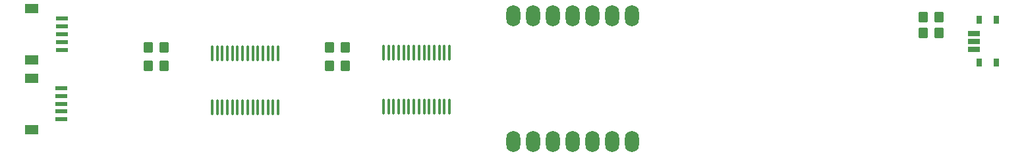
<source format=gtp>
G04 #@! TF.GenerationSoftware,KiCad,Pcbnew,8.0.3*
G04 #@! TF.CreationDate,2024-08-28T21:52:25+01:00*
G04 #@! TF.ProjectId,Seeed,53656565-642e-46b6-9963-61645f706362,rev?*
G04 #@! TF.SameCoordinates,Original*
G04 #@! TF.FileFunction,Paste,Top*
G04 #@! TF.FilePolarity,Positive*
%FSLAX46Y46*%
G04 Gerber Fmt 4.6, Leading zero omitted, Abs format (unit mm)*
G04 Created by KiCad (PCBNEW 8.0.3) date 2024-08-28 21:52:25*
%MOMM*%
%LPD*%
G01*
G04 APERTURE LIST*
G04 Aperture macros list*
%AMRoundRect*
0 Rectangle with rounded corners*
0 $1 Rounding radius*
0 $2 $3 $4 $5 $6 $7 $8 $9 X,Y pos of 4 corners*
0 Add a 4 corners polygon primitive as box body*
4,1,4,$2,$3,$4,$5,$6,$7,$8,$9,$2,$3,0*
0 Add four circle primitives for the rounded corners*
1,1,$1+$1,$2,$3*
1,1,$1+$1,$4,$5*
1,1,$1+$1,$6,$7*
1,1,$1+$1,$8,$9*
0 Add four rect primitives between the rounded corners*
20,1,$1+$1,$2,$3,$4,$5,0*
20,1,$1+$1,$4,$5,$6,$7,0*
20,1,$1+$1,$6,$7,$8,$9,0*
20,1,$1+$1,$8,$9,$2,$3,0*%
G04 Aperture macros list end*
%ADD10R,1.550000X0.600000*%
%ADD11R,1.800000X1.200000*%
%ADD12RoundRect,0.250000X0.350000X0.450000X-0.350000X0.450000X-0.350000X-0.450000X0.350000X-0.450000X0*%
%ADD13O,0.360000X2.020000*%
%ADD14R,1.500000X0.700000*%
%ADD15R,0.800000X1.000000*%
%ADD16RoundRect,0.250000X-0.350000X-0.450000X0.350000X-0.450000X0.350000X0.450000X-0.350000X0.450000X0*%
%ADD17O,1.800000X2.750000*%
G04 APERTURE END LIST*
D10*
G04 #@! TO.C,SPI*
X111890000Y-107950000D03*
X111890000Y-108950000D03*
X111890000Y-109950000D03*
X111890000Y-110950000D03*
X111890000Y-111950000D03*
D11*
X108010000Y-106650000D03*
X108010000Y-113250000D03*
G04 #@! TD*
D10*
G04 #@! TO.C,EC11*
X111940000Y-99000000D03*
X111940000Y-100000000D03*
X111940000Y-101000000D03*
X111940000Y-102000000D03*
X111940000Y-103000000D03*
D11*
X108060000Y-97700000D03*
X108060000Y-104300000D03*
G04 #@! TD*
D12*
G04 #@! TO.C,R2*
X148320000Y-105105200D03*
X146320000Y-105105200D03*
G04 #@! TD*
G04 #@! TO.C,R5*
X224590000Y-100870000D03*
X222590000Y-100870000D03*
G04 #@! TD*
G04 #@! TO.C,R4*
X125027600Y-105105200D03*
X123027600Y-105105200D03*
G04 #@! TD*
D13*
G04 #@! TO.C,U1*
X161710000Y-103400000D03*
X161060000Y-103400000D03*
X160409999Y-103400000D03*
X159760000Y-103400000D03*
X159110001Y-103400000D03*
X158460000Y-103400000D03*
X157800000Y-103400000D03*
X157150000Y-103400000D03*
X156500000Y-103400000D03*
X155849999Y-103400000D03*
X155200000Y-103400000D03*
X154550001Y-103400000D03*
X153900000Y-103400000D03*
X153250000Y-103400000D03*
X153250000Y-110320000D03*
X153900000Y-110320000D03*
X154550001Y-110320000D03*
X155200000Y-110320000D03*
X155849999Y-110320000D03*
X156500000Y-110320000D03*
X157150000Y-110320000D03*
X157800000Y-110320000D03*
X158460000Y-110320000D03*
X159110001Y-110320000D03*
X159760000Y-110320000D03*
X160409999Y-110320000D03*
X161060000Y-110320000D03*
X161710000Y-110320000D03*
G04 #@! TD*
D12*
G04 #@! TO.C,R1*
X148320000Y-102717600D03*
X146320000Y-102717600D03*
G04 #@! TD*
G04 #@! TO.C,R3*
X125027600Y-102717600D03*
X123027600Y-102717600D03*
G04 #@! TD*
D14*
G04 #@! TO.C,SW1*
X229120000Y-102920000D03*
X229120000Y-101920000D03*
X229120000Y-100920000D03*
D15*
X229820000Y-104670000D03*
X232020000Y-104670000D03*
X229820000Y-99170000D03*
X232020000Y-99170000D03*
G04 #@! TD*
D16*
G04 #@! TO.C,R6*
X222590000Y-98790000D03*
X224590000Y-98790000D03*
G04 #@! TD*
D13*
G04 #@! TO.C,U2*
X139700000Y-103460000D03*
X139050000Y-103460000D03*
X138399999Y-103460000D03*
X137750000Y-103460000D03*
X137100001Y-103460000D03*
X136450000Y-103460000D03*
X135790000Y-103460000D03*
X135140000Y-103460000D03*
X134490000Y-103460000D03*
X133839999Y-103460000D03*
X133190000Y-103460000D03*
X132540001Y-103460000D03*
X131890000Y-103460000D03*
X131240000Y-103460000D03*
X131240000Y-110380000D03*
X131890000Y-110380000D03*
X132540001Y-110380000D03*
X133190000Y-110380000D03*
X133839999Y-110380000D03*
X134490000Y-110380000D03*
X135140000Y-110380000D03*
X135790000Y-110380000D03*
X136450000Y-110380000D03*
X137100001Y-110380000D03*
X137750000Y-110380000D03*
X138399999Y-110380000D03*
X139050000Y-110380000D03*
X139700000Y-110380000D03*
G04 #@! TD*
D17*
G04 #@! TO.C,XIAO1*
X185191400Y-98630040D03*
X182651400Y-98630040D03*
X180111400Y-98630040D03*
X177571400Y-98630040D03*
X175031400Y-98630040D03*
X172491400Y-98630040D03*
X169951400Y-98630040D03*
X169951400Y-114819960D03*
X172491400Y-114819960D03*
X175031400Y-114819960D03*
X177571400Y-114819960D03*
X180111400Y-114819960D03*
X182651400Y-114819960D03*
X185191400Y-114819960D03*
G04 #@! TD*
M02*

</source>
